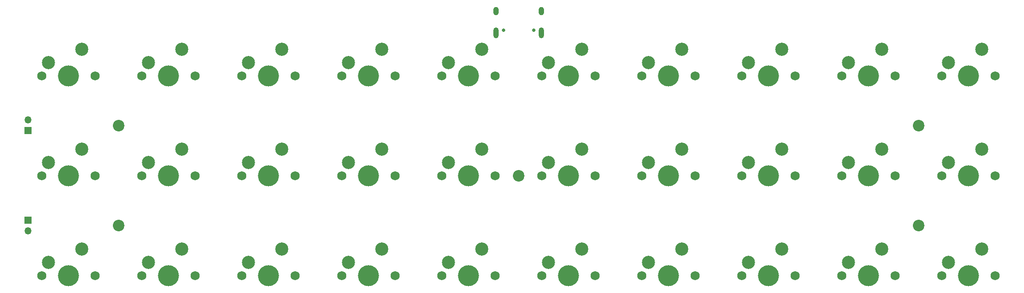
<source format=gbr>
%TF.GenerationSoftware,KiCad,Pcbnew,7.0.10*%
%TF.CreationDate,2024-02-28T00:26:24+11:00*%
%TF.ProjectId,wahoo30,7761686f-6f33-4302-9e6b-696361645f70,rev?*%
%TF.SameCoordinates,Original*%
%TF.FileFunction,Soldermask,Top*%
%TF.FilePolarity,Negative*%
%FSLAX46Y46*%
G04 Gerber Fmt 4.6, Leading zero omitted, Abs format (unit mm)*
G04 Created by KiCad (PCBNEW 7.0.10) date 2024-02-28 00:26:24*
%MOMM*%
%LPD*%
G01*
G04 APERTURE LIST*
%ADD10C,1.750000*%
%ADD11C,4.000000*%
%ADD12C,2.500000*%
%ADD13C,2.200000*%
%ADD14R,1.350000X1.350000*%
%ADD15O,1.350000X1.350000*%
%ADD16C,0.650000*%
%ADD17O,1.000000X1.600000*%
%ADD18O,1.000000X2.100000*%
G04 APERTURE END LIST*
D10*
%TO.C,SW22*%
X146558000Y-57912000D03*
D11*
X151638000Y-57912000D03*
D10*
X156718000Y-57912000D03*
D12*
X147828000Y-55372000D03*
X154178000Y-52832000D03*
%TD*%
D10*
%TO.C,SW20*%
X127508000Y-76962000D03*
D11*
X132588000Y-76962000D03*
D10*
X137668000Y-76962000D03*
D12*
X128778000Y-74422000D03*
X135128000Y-71882000D03*
%TD*%
D10*
%TO.C,SW16*%
X108458000Y-57912000D03*
D11*
X113538000Y-57912000D03*
D10*
X118618000Y-57912000D03*
D12*
X109728000Y-55372000D03*
X116078000Y-52832000D03*
%TD*%
D10*
%TO.C,SW14*%
X89408000Y-76962000D03*
D11*
X94488000Y-76962000D03*
D10*
X99568000Y-76962000D03*
D12*
X90678000Y-74422000D03*
X97028000Y-71882000D03*
%TD*%
D10*
%TO.C,SW21*%
X146558000Y-38862000D03*
D11*
X151638000Y-38862000D03*
D10*
X156718000Y-38862000D03*
D12*
X147828000Y-36322000D03*
X154178000Y-33782000D03*
%TD*%
D10*
%TO.C,SW31*%
X203708000Y-57912000D03*
D11*
X208788000Y-57912000D03*
D10*
X213868000Y-57912000D03*
D12*
X204978000Y-55372000D03*
X211328000Y-52832000D03*
%TD*%
D10*
%TO.C,SW3*%
X32258000Y-38862000D03*
D11*
X37338000Y-38862000D03*
D10*
X42418000Y-38862000D03*
D12*
X33528000Y-36322000D03*
X39878000Y-33782000D03*
%TD*%
D10*
%TO.C,SW4*%
X32258000Y-57912000D03*
D11*
X37338000Y-57912000D03*
D10*
X42418000Y-57912000D03*
D12*
X33528000Y-55372000D03*
X39878000Y-52832000D03*
%TD*%
D13*
%TO.C,H1*%
X46863000Y-67437000D03*
%TD*%
D10*
%TO.C,SW10*%
X70358000Y-57912000D03*
D11*
X75438000Y-57912000D03*
D10*
X80518000Y-57912000D03*
D12*
X71628000Y-55372000D03*
X77978000Y-52832000D03*
%TD*%
D10*
%TO.C,SW30*%
X203708000Y-38862000D03*
D11*
X208788000Y-38862000D03*
D10*
X213868000Y-38862000D03*
D12*
X204978000Y-36322000D03*
X211328000Y-33782000D03*
%TD*%
D10*
%TO.C,SW7*%
X51308000Y-57912000D03*
D11*
X56388000Y-57912000D03*
D10*
X61468000Y-57912000D03*
D12*
X52578000Y-55372000D03*
X58928000Y-52832000D03*
%TD*%
D10*
%TO.C,SW6*%
X51308000Y-38862000D03*
D11*
X56388000Y-38862000D03*
D10*
X61468000Y-38862000D03*
D12*
X52578000Y-36322000D03*
X58928000Y-33782000D03*
%TD*%
D10*
%TO.C,SW5*%
X32258000Y-76962000D03*
D11*
X37338000Y-76962000D03*
D10*
X42418000Y-76962000D03*
D12*
X33528000Y-74422000D03*
X39878000Y-71882000D03*
%TD*%
D14*
%TO.C,SW1*%
X29591000Y-66437000D03*
D15*
X29591000Y-68437000D03*
%TD*%
D13*
%TO.C,H5*%
X123063000Y-57912000D03*
%TD*%
D10*
%TO.C,SW17*%
X108458000Y-76962000D03*
D11*
X113538000Y-76962000D03*
D10*
X118618000Y-76962000D03*
D12*
X109728000Y-74422000D03*
X116078000Y-71882000D03*
%TD*%
D10*
%TO.C,SW8*%
X51308000Y-76962000D03*
D11*
X56388000Y-76962000D03*
D10*
X61468000Y-76962000D03*
D12*
X52578000Y-74422000D03*
X58928000Y-71882000D03*
%TD*%
D10*
%TO.C,SW19*%
X127508000Y-57912000D03*
D11*
X132588000Y-57912000D03*
D10*
X137668000Y-57912000D03*
D12*
X128778000Y-55372000D03*
X135128000Y-52832000D03*
%TD*%
D14*
%TO.C,SW2*%
X29591000Y-49276000D03*
D15*
X29591000Y-47276000D03*
%TD*%
D10*
%TO.C,SW27*%
X184658000Y-38862000D03*
D11*
X189738000Y-38862000D03*
D10*
X194818000Y-38862000D03*
D12*
X185928000Y-36322000D03*
X192278000Y-33782000D03*
%TD*%
D10*
%TO.C,SW32*%
X203708000Y-76962000D03*
D11*
X208788000Y-76962000D03*
D10*
X213868000Y-76962000D03*
D12*
X204978000Y-74422000D03*
X211328000Y-71882000D03*
%TD*%
D10*
%TO.C,SW28*%
X184658000Y-57912000D03*
D11*
X189738000Y-57912000D03*
D10*
X194818000Y-57912000D03*
D12*
X185928000Y-55372000D03*
X192278000Y-52832000D03*
%TD*%
D13*
%TO.C,H2*%
X46863000Y-48387000D03*
%TD*%
D10*
%TO.C,SW9*%
X70358000Y-38862000D03*
D11*
X75438000Y-38862000D03*
D10*
X80518000Y-38862000D03*
D12*
X71628000Y-36322000D03*
X77978000Y-33782000D03*
%TD*%
D13*
%TO.C,H4*%
X199263000Y-67437000D03*
%TD*%
D10*
%TO.C,SW18*%
X127508000Y-38862000D03*
D11*
X132588000Y-38862000D03*
D10*
X137668000Y-38862000D03*
D12*
X128778000Y-36322000D03*
X135128000Y-33782000D03*
%TD*%
D10*
%TO.C,SW13*%
X89408000Y-57912000D03*
D11*
X94488000Y-57912000D03*
D10*
X99568000Y-57912000D03*
D12*
X90678000Y-55372000D03*
X97028000Y-52832000D03*
%TD*%
D10*
%TO.C,SW29*%
X184658000Y-76962000D03*
D11*
X189738000Y-76962000D03*
D10*
X194818000Y-76962000D03*
D12*
X185928000Y-74422000D03*
X192278000Y-71882000D03*
%TD*%
D10*
%TO.C,SW11*%
X70358000Y-76962000D03*
D11*
X75438000Y-76962000D03*
D10*
X80518000Y-76962000D03*
D12*
X71628000Y-74422000D03*
X77978000Y-71882000D03*
%TD*%
D13*
%TO.C,H3*%
X199263000Y-48387000D03*
%TD*%
D10*
%TO.C,SW15*%
X108458000Y-38862000D03*
D11*
X113538000Y-38862000D03*
D10*
X118618000Y-38862000D03*
D12*
X109728000Y-36322000D03*
X116078000Y-33782000D03*
%TD*%
D10*
%TO.C,SW25*%
X165608000Y-57912000D03*
D11*
X170688000Y-57912000D03*
D10*
X175768000Y-57912000D03*
D12*
X166878000Y-55372000D03*
X173228000Y-52832000D03*
%TD*%
D10*
%TO.C,SW26*%
X165608000Y-76962000D03*
D11*
X170688000Y-76962000D03*
D10*
X175768000Y-76962000D03*
D12*
X166878000Y-74422000D03*
X173228000Y-71882000D03*
%TD*%
D10*
%TO.C,SW23*%
X146558000Y-76962000D03*
D11*
X151638000Y-76962000D03*
D10*
X156718000Y-76962000D03*
D12*
X147828000Y-74422000D03*
X154178000Y-71882000D03*
%TD*%
D10*
%TO.C,SW12*%
X89408000Y-38862000D03*
D11*
X94488000Y-38862000D03*
D10*
X99568000Y-38862000D03*
D12*
X90678000Y-36322000D03*
X97028000Y-33782000D03*
%TD*%
D10*
%TO.C,SW24*%
X165608000Y-38862000D03*
D11*
X170688000Y-38862000D03*
D10*
X175768000Y-38862000D03*
D12*
X166878000Y-36322000D03*
X173228000Y-33782000D03*
%TD*%
D16*
%TO.C,J3*%
X120173000Y-30159000D03*
X125953000Y-30159000D03*
D17*
X118743000Y-26509000D03*
D18*
X118743000Y-30689000D03*
D17*
X127383000Y-26509000D03*
D18*
X127383000Y-30689000D03*
%TD*%
M02*

</source>
